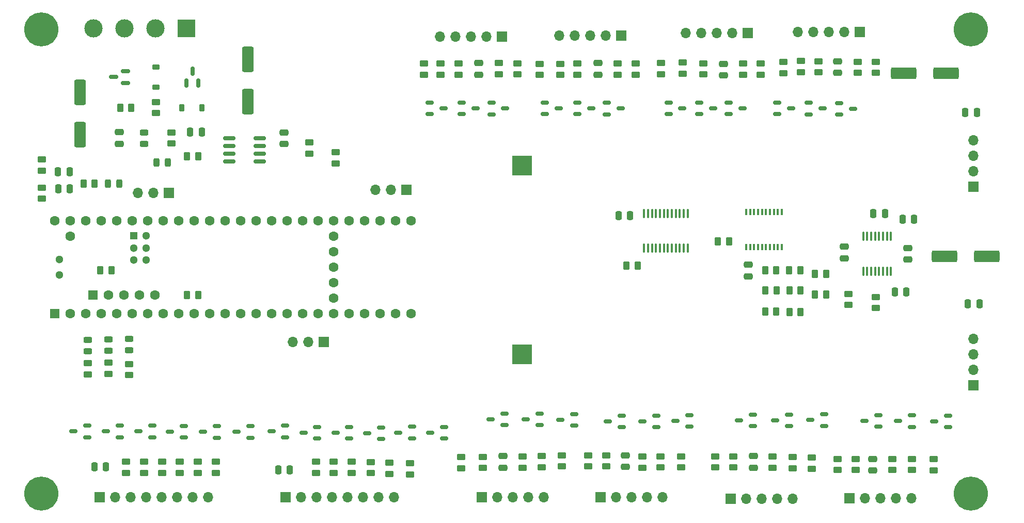
<source format=gbr>
%TF.GenerationSoftware,KiCad,Pcbnew,7.0.5*%
%TF.CreationDate,2023-09-16T15:17:10-07:00*%
%TF.ProjectId,TeensyIrrigation,5465656e-7379-4497-9272-69676174696f,rev?*%
%TF.SameCoordinates,Original*%
%TF.FileFunction,Soldermask,Top*%
%TF.FilePolarity,Negative*%
%FSLAX46Y46*%
G04 Gerber Fmt 4.6, Leading zero omitted, Abs format (unit mm)*
G04 Created by KiCad (PCBNEW 7.0.5) date 2023-09-16 15:17:10*
%MOMM*%
%LPD*%
G01*
G04 APERTURE LIST*
G04 Aperture macros list*
%AMRoundRect*
0 Rectangle with rounded corners*
0 $1 Rounding radius*
0 $2 $3 $4 $5 $6 $7 $8 $9 X,Y pos of 4 corners*
0 Add a 4 corners polygon primitive as box body*
4,1,4,$2,$3,$4,$5,$6,$7,$8,$9,$2,$3,0*
0 Add four circle primitives for the rounded corners*
1,1,$1+$1,$2,$3*
1,1,$1+$1,$4,$5*
1,1,$1+$1,$6,$7*
1,1,$1+$1,$8,$9*
0 Add four rect primitives between the rounded corners*
20,1,$1+$1,$2,$3,$4,$5,0*
20,1,$1+$1,$4,$5,$6,$7,0*
20,1,$1+$1,$6,$7,$8,$9,0*
20,1,$1+$1,$8,$9,$2,$3,0*%
G04 Aperture macros list end*
%ADD10R,1.700000X1.700000*%
%ADD11O,1.700000X1.700000*%
%ADD12RoundRect,0.250000X-0.450000X0.262500X-0.450000X-0.262500X0.450000X-0.262500X0.450000X0.262500X0*%
%ADD13RoundRect,0.250000X0.475000X-0.250000X0.475000X0.250000X-0.475000X0.250000X-0.475000X-0.250000X0*%
%ADD14RoundRect,0.150000X-0.512500X-0.150000X0.512500X-0.150000X0.512500X0.150000X-0.512500X0.150000X0*%
%ADD15RoundRect,0.250000X0.450000X-0.262500X0.450000X0.262500X-0.450000X0.262500X-0.450000X-0.262500X0*%
%ADD16RoundRect,0.150000X0.512500X0.150000X-0.512500X0.150000X-0.512500X-0.150000X0.512500X-0.150000X0*%
%ADD17RoundRect,0.250000X-0.262500X-0.450000X0.262500X-0.450000X0.262500X0.450000X-0.262500X0.450000X0*%
%ADD18RoundRect,0.250000X0.262500X0.450000X-0.262500X0.450000X-0.262500X-0.450000X0.262500X-0.450000X0*%
%ADD19RoundRect,0.100000X-0.100000X0.637500X-0.100000X-0.637500X0.100000X-0.637500X0.100000X0.637500X0*%
%ADD20RoundRect,0.250000X1.825000X0.700000X-1.825000X0.700000X-1.825000X-0.700000X1.825000X-0.700000X0*%
%ADD21RoundRect,0.250000X-0.475000X0.250000X-0.475000X-0.250000X0.475000X-0.250000X0.475000X0.250000X0*%
%ADD22RoundRect,0.250000X0.250000X0.475000X-0.250000X0.475000X-0.250000X-0.475000X0.250000X-0.475000X0*%
%ADD23C,5.600000*%
%ADD24RoundRect,0.250000X-1.825000X-0.700000X1.825000X-0.700000X1.825000X0.700000X-1.825000X0.700000X0*%
%ADD25RoundRect,0.250000X-0.250000X-0.475000X0.250000X-0.475000X0.250000X0.475000X-0.250000X0.475000X0*%
%ADD26RoundRect,0.243750X-0.456250X0.243750X-0.456250X-0.243750X0.456250X-0.243750X0.456250X0.243750X0*%
%ADD27R,3.290000X3.290000*%
%ADD28RoundRect,0.225000X-0.375000X0.225000X-0.375000X-0.225000X0.375000X-0.225000X0.375000X0.225000X0*%
%ADD29RoundRect,0.150000X0.587500X0.150000X-0.587500X0.150000X-0.587500X-0.150000X0.587500X-0.150000X0*%
%ADD30RoundRect,0.225000X0.225000X0.375000X-0.225000X0.375000X-0.225000X-0.375000X0.225000X-0.375000X0*%
%ADD31RoundRect,0.100000X0.100000X-0.637500X0.100000X0.637500X-0.100000X0.637500X-0.100000X-0.637500X0*%
%ADD32R,1.600000X1.600000*%
%ADD33C,1.600000*%
%ADD34R,1.300000X1.300000*%
%ADD35C,1.300000*%
%ADD36RoundRect,0.250000X-0.700000X1.825000X-0.700000X-1.825000X0.700000X-1.825000X0.700000X1.825000X0*%
%ADD37RoundRect,0.150000X-0.825000X-0.150000X0.825000X-0.150000X0.825000X0.150000X-0.825000X0.150000X0*%
%ADD38RoundRect,0.243750X-0.243750X-0.456250X0.243750X-0.456250X0.243750X0.456250X-0.243750X0.456250X0*%
%ADD39RoundRect,0.250000X0.700000X-1.825000X0.700000X1.825000X-0.700000X1.825000X-0.700000X-1.825000X0*%
%ADD40RoundRect,0.243750X0.456250X-0.243750X0.456250X0.243750X-0.456250X0.243750X-0.456250X-0.243750X0*%
%ADD41RoundRect,0.243750X0.243750X0.456250X-0.243750X0.456250X-0.243750X-0.456250X0.243750X-0.456250X0*%
%ADD42R,3.000000X3.000000*%
%ADD43C,3.000000*%
%ADD44RoundRect,0.150000X0.150000X-0.587500X0.150000X0.587500X-0.150000X0.587500X-0.150000X-0.587500X0*%
%ADD45R,0.400000X1.000000*%
G04 APERTURE END LIST*
D10*
%TO.C,J6*%
X167840000Y-134000000D03*
D11*
X170380000Y-134000000D03*
X172920000Y-134000000D03*
X175460000Y-134000000D03*
X178000000Y-134000000D03*
%TD*%
D12*
%TO.C,R65*%
X199350000Y-127400000D03*
X199350000Y-129225000D03*
%TD*%
D13*
%TO.C,C7*%
X212500000Y-129587500D03*
X212500000Y-127687500D03*
%TD*%
D14*
%TO.C,D14*%
X206962500Y-69250000D03*
X206962500Y-71150000D03*
X209237500Y-70200000D03*
%TD*%
D15*
%TO.C,R44*%
X93000000Y-129975000D03*
X93000000Y-128150000D03*
%TD*%
D16*
%TO.C,D5*%
X171350000Y-122450000D03*
X171350000Y-120550000D03*
X169075000Y-121500000D03*
%TD*%
D12*
%TO.C,R31*%
X194150000Y-62775000D03*
X194150000Y-64600000D03*
%TD*%
D10*
%TO.C,J20*%
X122500000Y-108500000D03*
D11*
X119960000Y-108500000D03*
X117420000Y-108500000D03*
%TD*%
D15*
%TO.C,R78*%
X144600000Y-64600000D03*
X144600000Y-62775000D03*
%TD*%
%TO.C,R48*%
X104800000Y-129975000D03*
X104800000Y-128150000D03*
%TD*%
D14*
%TO.C,D20*%
X168912500Y-69200000D03*
X168912500Y-71100000D03*
X171187500Y-70150000D03*
%TD*%
D17*
%TO.C,R34*%
X85837500Y-96750000D03*
X87662500Y-96750000D03*
%TD*%
D12*
%TO.C,R64*%
X177700000Y-127237500D03*
X177700000Y-129062500D03*
%TD*%
D18*
%TO.C,R5*%
X200662500Y-103550000D03*
X198837500Y-103550000D03*
%TD*%
D19*
%TO.C,U4*%
X215475000Y-91137500D03*
X214825000Y-91137500D03*
X214175000Y-91137500D03*
X213525000Y-91137500D03*
X212875000Y-91137500D03*
X212225000Y-91137500D03*
X211575000Y-91137500D03*
X210925000Y-91137500D03*
X210925000Y-96862500D03*
X211575000Y-96862500D03*
X212225000Y-96862500D03*
X212875000Y-96862500D03*
X213525000Y-96862500D03*
X214175000Y-96862500D03*
X214825000Y-96862500D03*
X215475000Y-96862500D03*
%TD*%
D12*
%TO.C,R32*%
X191200000Y-62775000D03*
X191200000Y-64600000D03*
%TD*%
D20*
%TO.C,C16*%
X224550000Y-64400000D03*
X217600000Y-64400000D03*
%TD*%
D21*
%TO.C,C9*%
X187982500Y-62820000D03*
X187982500Y-64720000D03*
%TD*%
D22*
%TO.C,C13*%
X218000000Y-100250000D03*
X216100000Y-100250000D03*
%TD*%
D12*
%TO.C,R71*%
X155050000Y-127275000D03*
X155050000Y-129100000D03*
%TD*%
D16*
%TO.C,D3*%
X163525000Y-122200000D03*
X163525000Y-120300000D03*
X161250000Y-121250000D03*
%TD*%
D12*
%TO.C,R35*%
X173650000Y-62755000D03*
X173650000Y-64580000D03*
%TD*%
D15*
%TO.C,R22*%
X120100000Y-77562500D03*
X120100000Y-75737500D03*
%TD*%
D12*
%TO.C,R36*%
X170700000Y-62755000D03*
X170700000Y-64580000D03*
%TD*%
D23*
%TO.C,J1*%
X76200000Y-57150000D03*
%TD*%
D12*
%TO.C,R17*%
X181050000Y-127237500D03*
X181050000Y-129062500D03*
%TD*%
%TO.C,R63*%
X158250000Y-127187500D03*
X158250000Y-129012500D03*
%TD*%
D16*
%TO.C,D11*%
X213450000Y-122362500D03*
X213450000Y-120462500D03*
X211175000Y-121412500D03*
%TD*%
D15*
%TO.C,R23*%
X206750000Y-129487500D03*
X206750000Y-127662500D03*
%TD*%
D18*
%TO.C,R7*%
X200650000Y-100050000D03*
X198825000Y-100050000D03*
%TD*%
D14*
%TO.C,D15*%
X196862500Y-69150000D03*
X196862500Y-71050000D03*
X199137500Y-70100000D03*
%TD*%
D24*
%TO.C,C22*%
X224275000Y-94400000D03*
X231225000Y-94400000D03*
%TD*%
D16*
%TO.C,D33*%
X126675000Y-124350000D03*
X126675000Y-122450000D03*
X124400000Y-123400000D03*
%TD*%
D10*
%TO.C,J15*%
X85760000Y-134000000D03*
D11*
X88300000Y-134000000D03*
X90840000Y-134000000D03*
X93380000Y-134000000D03*
X95920000Y-134000000D03*
X98460000Y-134000000D03*
X101000000Y-134000000D03*
X103540000Y-134000000D03*
%TD*%
D16*
%TO.C,D6*%
X182400000Y-122400000D03*
X182400000Y-120500000D03*
X180125000Y-121450000D03*
%TD*%
D12*
%TO.C,R42*%
X208500000Y-100587500D03*
X208500000Y-102412500D03*
%TD*%
D10*
%TO.C,J7*%
X189240000Y-134250000D03*
D11*
X191780000Y-134250000D03*
X194320000Y-134250000D03*
X196860000Y-134250000D03*
X199400000Y-134250000D03*
%TD*%
D15*
%TO.C,R50*%
X124100000Y-129962500D03*
X124100000Y-128137500D03*
%TD*%
D12*
%TO.C,R13*%
X161500000Y-127087500D03*
X161500000Y-128912500D03*
%TD*%
D15*
%TO.C,R69*%
X161250000Y-64637500D03*
X161250000Y-62812500D03*
%TD*%
D21*
%TO.C,C3*%
X192050000Y-95800000D03*
X192050000Y-97700000D03*
%TD*%
D25*
%TO.C,C25*%
X84900000Y-128975000D03*
X86800000Y-128975000D03*
%TD*%
D15*
%TO.C,R41*%
X138900000Y-64587500D03*
X138900000Y-62762500D03*
%TD*%
D12*
%TO.C,R73*%
X196100000Y-127275000D03*
X196100000Y-129100000D03*
%TD*%
D16*
%TO.C,D25*%
X83675000Y-124100000D03*
X83675000Y-122200000D03*
X81400000Y-123150000D03*
%TD*%
D12*
%TO.C,R28*%
X210050000Y-62475000D03*
X210050000Y-64300000D03*
%TD*%
D16*
%TO.C,D30*%
X110437500Y-124200000D03*
X110437500Y-122300000D03*
X108162500Y-123250000D03*
%TD*%
D12*
%TO.C,R40*%
X151200000Y-62687500D03*
X151200000Y-64512500D03*
%TD*%
D15*
%TO.C,R16*%
X168800000Y-128900000D03*
X168800000Y-127075000D03*
%TD*%
D18*
%TO.C,R8*%
X196712500Y-100000000D03*
X194887500Y-100000000D03*
%TD*%
D16*
%TO.C,D34*%
X131900000Y-124400000D03*
X131900000Y-122500000D03*
X129625000Y-123450000D03*
%TD*%
%TO.C,D10*%
X218925000Y-122412500D03*
X218925000Y-120512500D03*
X216650000Y-121462500D03*
%TD*%
%TO.C,D12*%
X224875000Y-122450000D03*
X224875000Y-120550000D03*
X222600000Y-121500000D03*
%TD*%
D15*
%TO.C,R56*%
X95000000Y-70912500D03*
X95000000Y-69087500D03*
%TD*%
D12*
%TO.C,R62*%
X83800000Y-111987500D03*
X83800000Y-113812500D03*
%TD*%
D14*
%TO.C,D17*%
X188862500Y-69150000D03*
X188862500Y-71050000D03*
X191137500Y-70100000D03*
%TD*%
D26*
%TO.C,D44*%
X83800000Y-108112500D03*
X83800000Y-109987500D03*
%TD*%
D16*
%TO.C,D31*%
X116175000Y-124100000D03*
X116175000Y-122200000D03*
X113900000Y-123150000D03*
%TD*%
D21*
%TO.C,C12*%
X218250000Y-93050000D03*
X218250000Y-94950000D03*
%TD*%
D27*
%TO.C,BT1*%
X155000000Y-110485000D03*
X155000000Y-79515000D03*
%TD*%
D22*
%TO.C,C30*%
X102500000Y-74000000D03*
X100600000Y-74000000D03*
%TD*%
D21*
%TO.C,C8*%
X206750000Y-62387500D03*
X206750000Y-64287500D03*
%TD*%
D12*
%TO.C,R39*%
X154250000Y-62725000D03*
X154250000Y-64550000D03*
%TD*%
D21*
%TO.C,C10*%
X167450000Y-62687500D03*
X167450000Y-64587500D03*
%TD*%
D18*
%TO.C,R10*%
X196662500Y-96700000D03*
X194837500Y-96700000D03*
%TD*%
D17*
%TO.C,R30*%
X100087500Y-100750000D03*
X101912500Y-100750000D03*
%TD*%
D21*
%TO.C,C11*%
X147900000Y-62687500D03*
X147900000Y-64587500D03*
%TD*%
D16*
%TO.C,D4*%
X177025000Y-122450000D03*
X177025000Y-120550000D03*
X174750000Y-121500000D03*
%TD*%
D10*
%TO.C,J11*%
X171278900Y-58144100D03*
D11*
X168738900Y-58144100D03*
X166198900Y-58144100D03*
X163658900Y-58144100D03*
X161118900Y-58144100D03*
%TD*%
D15*
%TO.C,R11*%
X145050000Y-129200000D03*
X145050000Y-127375000D03*
%TD*%
%TO.C,R12*%
X148550000Y-129150000D03*
X148550000Y-127325000D03*
%TD*%
D23*
%TO.C,J3*%
X228600000Y-133350000D03*
%TD*%
D12*
%TO.C,R38*%
X213000000Y-101087500D03*
X213000000Y-102912500D03*
%TD*%
D16*
%TO.C,D29*%
X104987500Y-124200000D03*
X104987500Y-122300000D03*
X102712500Y-123250000D03*
%TD*%
D10*
%TO.C,J12*%
X151712500Y-58325000D03*
D11*
X149172500Y-58325000D03*
X146632500Y-58325000D03*
X144092500Y-58325000D03*
X141552500Y-58325000D03*
%TD*%
D15*
%TO.C,R24*%
X209700000Y-129487500D03*
X209700000Y-127662500D03*
%TD*%
D28*
%TO.C,D38*%
X95000000Y-63350000D03*
X95000000Y-66650000D03*
%TD*%
D18*
%TO.C,R9*%
X200600000Y-96700000D03*
X198775000Y-96700000D03*
%TD*%
D13*
%TO.C,C4*%
X151900000Y-129100000D03*
X151900000Y-127200000D03*
%TD*%
D29*
%TO.C,Q2*%
X89937500Y-65950000D03*
X89937500Y-64050000D03*
X88062500Y-65000000D03*
%TD*%
D14*
%TO.C,D22*%
X145112500Y-69150000D03*
X145112500Y-71050000D03*
X147387500Y-70100000D03*
%TD*%
D16*
%TO.C,D8*%
X192875000Y-122300000D03*
X192875000Y-120400000D03*
X190600000Y-121350000D03*
%TD*%
%TO.C,D7*%
X198787500Y-122300000D03*
X198787500Y-120400000D03*
X196512500Y-121350000D03*
%TD*%
D30*
%TO.C,D37*%
X102500000Y-70000000D03*
X99200000Y-70000000D03*
%TD*%
D21*
%TO.C,C29*%
X89000000Y-74050000D03*
X89000000Y-75950000D03*
%TD*%
D12*
%TO.C,R66*%
X218950000Y-127675000D03*
X218950000Y-129500000D03*
%TD*%
D18*
%TO.C,R58*%
X90912500Y-70000000D03*
X89087500Y-70000000D03*
%TD*%
D22*
%TO.C,C2*%
X172700000Y-87700000D03*
X170800000Y-87700000D03*
%TD*%
D14*
%TO.C,D16*%
X184062500Y-69150000D03*
X184062500Y-71050000D03*
X186337500Y-70100000D03*
%TD*%
D15*
%TO.C,R70*%
X141650000Y-64587500D03*
X141650000Y-62762500D03*
%TD*%
D12*
%TO.C,R60*%
X90600000Y-112087500D03*
X90600000Y-113912500D03*
%TD*%
D25*
%TO.C,C19*%
X227650000Y-70800000D03*
X229550000Y-70800000D03*
%TD*%
D31*
%TO.C,U2*%
X175000000Y-93083800D03*
X175650000Y-93083800D03*
X176300000Y-93083800D03*
X176950000Y-93083800D03*
X177600000Y-93083800D03*
X178250000Y-93083800D03*
X178900000Y-93083800D03*
X179550000Y-93083800D03*
X180200000Y-93083800D03*
X180850000Y-93083800D03*
X181500000Y-93083800D03*
X182150000Y-93083800D03*
X182150000Y-87358800D03*
X181500000Y-87358800D03*
X180850000Y-87358800D03*
X180200000Y-87358800D03*
X179550000Y-87358800D03*
X178900000Y-87358800D03*
X178250000Y-87358800D03*
X177600000Y-87358800D03*
X176950000Y-87358800D03*
X176300000Y-87358800D03*
X175650000Y-87358800D03*
X175000000Y-87358800D03*
%TD*%
D15*
%TO.C,R54*%
X136650000Y-130212500D03*
X136650000Y-128387500D03*
%TD*%
D14*
%TO.C,D24*%
X139862500Y-69150000D03*
X139862500Y-71050000D03*
X142137500Y-70100000D03*
%TD*%
D15*
%TO.C,R29*%
X197800000Y-64362500D03*
X197800000Y-62537500D03*
%TD*%
%TO.C,R53*%
X133200000Y-130112500D03*
X133200000Y-128287500D03*
%TD*%
D16*
%TO.C,D26*%
X89012500Y-124100000D03*
X89012500Y-122200000D03*
X86737500Y-123150000D03*
%TD*%
D15*
%TO.C,R77*%
X164100000Y-64600000D03*
X164100000Y-62775000D03*
%TD*%
D22*
%TO.C,C14*%
X214500000Y-87400000D03*
X212600000Y-87400000D03*
%TD*%
D25*
%TO.C,C1*%
X78900000Y-80500000D03*
X80800000Y-80500000D03*
%TD*%
D15*
%TO.C,R19*%
X186650000Y-129075000D03*
X186650000Y-127250000D03*
%TD*%
%TO.C,R43*%
X90050000Y-129975000D03*
X90050000Y-128150000D03*
%TD*%
D32*
%TO.C,U1*%
X78380000Y-103828200D03*
D33*
X80920000Y-103828200D03*
X83460000Y-103828200D03*
X86000000Y-103828200D03*
X88540000Y-103828200D03*
X91080000Y-103828200D03*
X93620000Y-103828200D03*
X96160000Y-103828200D03*
X98700000Y-103828200D03*
X101240000Y-103828200D03*
X103780000Y-103828200D03*
X106320000Y-103828200D03*
X108860000Y-103828200D03*
X111400000Y-103828200D03*
X113940000Y-103828200D03*
X116480000Y-103828200D03*
X119020000Y-103828200D03*
X121560000Y-103828200D03*
X124100000Y-103828200D03*
X126640000Y-103828200D03*
X129180000Y-103828200D03*
X131720000Y-103828200D03*
X134260000Y-103828200D03*
X136800000Y-103828200D03*
X136800000Y-88588200D03*
X134260000Y-88588200D03*
X131720000Y-88588200D03*
X129180000Y-88588200D03*
X126640000Y-88588200D03*
X124100000Y-88588200D03*
X121560000Y-88588200D03*
X119020000Y-88588200D03*
X116480000Y-88588200D03*
X113940000Y-88588200D03*
X111400000Y-88588200D03*
X108860000Y-88588200D03*
X106320000Y-88588200D03*
X103780000Y-88588200D03*
X101240000Y-88588200D03*
X98700000Y-88588200D03*
X96160000Y-88588200D03*
X93620000Y-88588200D03*
X91080000Y-88588200D03*
X88540000Y-88588200D03*
X86000000Y-88588200D03*
X83460000Y-88588200D03*
X80920000Y-88588200D03*
X78380000Y-88588200D03*
X80920000Y-91128200D03*
X124100000Y-101288200D03*
X124100000Y-98748200D03*
X124100000Y-96208200D03*
X124100000Y-93668200D03*
X124100000Y-91128200D03*
D32*
X84679200Y-100777400D03*
D33*
X87219200Y-100777400D03*
X89759200Y-100777400D03*
X92299200Y-100777400D03*
X94839200Y-100777400D03*
D34*
X91350000Y-91026600D03*
D35*
X91350000Y-93026600D03*
X91350000Y-95026600D03*
X93350000Y-95026600D03*
X93350000Y-93026600D03*
X93350000Y-91026600D03*
X79110000Y-94938200D03*
X79110000Y-97478200D03*
%TD*%
D17*
%TO.C,R2*%
X203037500Y-97300000D03*
X204862500Y-97300000D03*
%TD*%
D36*
%TO.C,C27*%
X82500000Y-67500000D03*
X82500000Y-74450000D03*
%TD*%
D37*
%TO.C,U5*%
X107000000Y-75000000D03*
X107000000Y-76270000D03*
X107000000Y-77540000D03*
X107000000Y-78810000D03*
X111950000Y-78810000D03*
X111950000Y-77540000D03*
X111950000Y-76270000D03*
X111950000Y-75000000D03*
%TD*%
D14*
%TO.C,D13*%
X202012500Y-69200000D03*
X202012500Y-71100000D03*
X204287500Y-70150000D03*
%TD*%
D12*
%TO.C,R72*%
X174750000Y-127287500D03*
X174750000Y-129112500D03*
%TD*%
D15*
%TO.C,R46*%
X98900000Y-129975000D03*
X98900000Y-128150000D03*
%TD*%
%TO.C,R15*%
X165850000Y-128900000D03*
X165850000Y-127075000D03*
%TD*%
%TO.C,R37*%
X157850000Y-64650000D03*
X157850000Y-62825000D03*
%TD*%
D18*
%TO.C,R59*%
X84912500Y-82500000D03*
X83087500Y-82500000D03*
%TD*%
D10*
%TO.C,J19*%
X97080000Y-84000000D03*
D11*
X94540000Y-84000000D03*
X92000000Y-84000000D03*
%TD*%
D25*
%TO.C,C26*%
X115000000Y-129500000D03*
X116900000Y-129500000D03*
%TD*%
D12*
%TO.C,R14*%
X76300000Y-78525000D03*
X76300000Y-80350000D03*
%TD*%
D15*
%TO.C,R68*%
X181300000Y-64450000D03*
X181300000Y-62625000D03*
%TD*%
D26*
%TO.C,D43*%
X87200000Y-108012500D03*
X87200000Y-109887500D03*
%TD*%
D16*
%TO.C,D1*%
X157875000Y-122150000D03*
X157875000Y-120250000D03*
X155600000Y-121200000D03*
%TD*%
%TO.C,D28*%
X99537500Y-124150000D03*
X99537500Y-122250000D03*
X97262500Y-123200000D03*
%TD*%
D14*
%TO.C,D19*%
X164062500Y-69150000D03*
X164062500Y-71050000D03*
X166337500Y-70100000D03*
%TD*%
D23*
%TO.C,J4*%
X76200000Y-133350000D03*
%TD*%
D25*
%TO.C,C15*%
X78950000Y-83300000D03*
X80850000Y-83300000D03*
%TD*%
D38*
%TO.C,D39*%
X95062500Y-79000000D03*
X96937500Y-79000000D03*
%TD*%
D10*
%TO.C,J10*%
X192012500Y-57732500D03*
D11*
X189472500Y-57732500D03*
X186932500Y-57732500D03*
X184392500Y-57732500D03*
X181852500Y-57732500D03*
%TD*%
D39*
%TO.C,C28*%
X110000000Y-69000000D03*
X110000000Y-62050000D03*
%TD*%
D10*
%TO.C,J16*%
X116220000Y-134000000D03*
D11*
X118760000Y-134000000D03*
X121300000Y-134000000D03*
X123840000Y-134000000D03*
X126380000Y-134000000D03*
X128920000Y-134000000D03*
X131460000Y-134000000D03*
X134000000Y-134000000D03*
%TD*%
D18*
%TO.C,R6*%
X196662500Y-103500000D03*
X194837500Y-103500000D03*
%TD*%
D14*
%TO.C,D18*%
X179012500Y-69150000D03*
X179012500Y-71050000D03*
X181287500Y-70100000D03*
%TD*%
D15*
%TO.C,R76*%
X184700000Y-64550000D03*
X184700000Y-62725000D03*
%TD*%
D12*
%TO.C,R18*%
X76250000Y-83137500D03*
X76250000Y-84962500D03*
%TD*%
D21*
%TO.C,C17*%
X207800000Y-92850000D03*
X207800000Y-94750000D03*
%TD*%
D13*
%TO.C,C6*%
X192900000Y-129100000D03*
X192900000Y-127200000D03*
%TD*%
D10*
%TO.C,J9*%
X210382500Y-57582500D03*
D11*
X207842500Y-57582500D03*
X205302500Y-57582500D03*
X202762500Y-57582500D03*
X200222500Y-57582500D03*
%TD*%
D12*
%TO.C,R21*%
X202500000Y-127475000D03*
X202500000Y-129300000D03*
%TD*%
D10*
%TO.C,J13*%
X229000000Y-83000000D03*
D11*
X229000000Y-80460000D03*
X229000000Y-77920000D03*
X229000000Y-75380000D03*
%TD*%
D21*
%TO.C,C31*%
X116000000Y-74100000D03*
X116000000Y-76000000D03*
%TD*%
D14*
%TO.C,D21*%
X158725000Y-69150000D03*
X158725000Y-71050000D03*
X161000000Y-70100000D03*
%TD*%
D40*
%TO.C,D40*%
X93000000Y-75937500D03*
X93000000Y-74062500D03*
%TD*%
D15*
%TO.C,R55*%
X97500000Y-75912500D03*
X97500000Y-74087500D03*
%TD*%
D17*
%TO.C,R57*%
X100087500Y-78000000D03*
X101912500Y-78000000D03*
%TD*%
D10*
%TO.C,J8*%
X208650000Y-134150000D03*
D11*
X211190000Y-134150000D03*
X213730000Y-134150000D03*
X216270000Y-134150000D03*
X218810000Y-134150000D03*
%TD*%
D15*
%TO.C,R20*%
X189600000Y-129075000D03*
X189600000Y-127250000D03*
%TD*%
D12*
%TO.C,R27*%
X213000000Y-62475000D03*
X213000000Y-64300000D03*
%TD*%
D41*
%TO.C,D41*%
X88937500Y-82500000D03*
X87062500Y-82500000D03*
%TD*%
D15*
%TO.C,R52*%
X130200000Y-130012500D03*
X130200000Y-128187500D03*
%TD*%
D23*
%TO.C,J2*%
X228600000Y-57150000D03*
%TD*%
D16*
%TO.C,D35*%
X136950000Y-124300000D03*
X136950000Y-122400000D03*
X134675000Y-123350000D03*
%TD*%
D15*
%TO.C,R75*%
X203600000Y-64212500D03*
X203600000Y-62387500D03*
%TD*%
D42*
%TO.C,J17*%
X100000000Y-57000000D03*
D43*
X94920000Y-57000000D03*
X89840000Y-57000000D03*
X84760000Y-57000000D03*
%TD*%
D25*
%TO.C,C24*%
X228100000Y-102200000D03*
X230000000Y-102200000D03*
%TD*%
%TO.C,C20*%
X217400000Y-88300000D03*
X219300000Y-88300000D03*
%TD*%
D10*
%TO.C,J5*%
X148380000Y-134000000D03*
D11*
X150920000Y-134000000D03*
X153460000Y-134000000D03*
X156000000Y-134000000D03*
X158540000Y-134000000D03*
%TD*%
D10*
%TO.C,J18*%
X136000000Y-83500000D03*
D11*
X133460000Y-83500000D03*
X130920000Y-83500000D03*
%TD*%
D15*
%TO.C,R33*%
X177800000Y-64500000D03*
X177800000Y-62675000D03*
%TD*%
D14*
%TO.C,D23*%
X149962500Y-69200000D03*
X149962500Y-71100000D03*
X152237500Y-70150000D03*
%TD*%
D12*
%TO.C,R61*%
X87150000Y-111887500D03*
X87150000Y-113712500D03*
%TD*%
D15*
%TO.C,R26*%
X124400000Y-79162500D03*
X124400000Y-77337500D03*
%TD*%
D44*
%TO.C,Q1*%
X100000000Y-65937500D03*
X101900000Y-65937500D03*
X100950000Y-64062500D03*
%TD*%
D45*
%TO.C,U3*%
X191750000Y-92910400D03*
X192400000Y-92910400D03*
X193050000Y-92910400D03*
X193700000Y-92910400D03*
X194350000Y-92910400D03*
X195000000Y-92910400D03*
X195650000Y-92910400D03*
X196300000Y-92910400D03*
X196950000Y-92910400D03*
X197600000Y-92910400D03*
X197600000Y-87110400D03*
X196950000Y-87110400D03*
X196300000Y-87110400D03*
X195650000Y-87110400D03*
X195000000Y-87110400D03*
X194350000Y-87110400D03*
X193700000Y-87110400D03*
X193050000Y-87110400D03*
X192400000Y-87110400D03*
X191750000Y-87110400D03*
%TD*%
D16*
%TO.C,D2*%
X152125000Y-122150000D03*
X152125000Y-120250000D03*
X149850000Y-121200000D03*
%TD*%
%TO.C,D27*%
X94337500Y-124100000D03*
X94337500Y-122200000D03*
X92062500Y-123150000D03*
%TD*%
D15*
%TO.C,R67*%
X200750000Y-64162500D03*
X200750000Y-62337500D03*
%TD*%
%TO.C,R45*%
X95950000Y-129975000D03*
X95950000Y-128150000D03*
%TD*%
D18*
%TO.C,R4*%
X188912500Y-92000000D03*
X187087500Y-92000000D03*
%TD*%
D26*
%TO.C,D42*%
X90600000Y-107962500D03*
X90600000Y-109837500D03*
%TD*%
D16*
%TO.C,D9*%
X204525000Y-122250000D03*
X204525000Y-120350000D03*
X202250000Y-121300000D03*
%TD*%
D17*
%TO.C,R3*%
X203037500Y-100700000D03*
X204862500Y-100700000D03*
%TD*%
D12*
%TO.C,R74*%
X215700000Y-127675000D03*
X215700000Y-129500000D03*
%TD*%
D15*
%TO.C,R47*%
X101850000Y-129975000D03*
X101850000Y-128150000D03*
%TD*%
%TO.C,R51*%
X127100000Y-129962500D03*
X127100000Y-128137500D03*
%TD*%
D16*
%TO.C,D36*%
X142187500Y-124350000D03*
X142187500Y-122450000D03*
X139912500Y-123400000D03*
%TD*%
D15*
%TO.C,R49*%
X121200000Y-129962500D03*
X121200000Y-128137500D03*
%TD*%
D10*
%TO.C,J14*%
X229000000Y-115620000D03*
D11*
X229000000Y-113080000D03*
X229000000Y-110540000D03*
X229000000Y-108000000D03*
%TD*%
D16*
%TO.C,D32*%
X121425000Y-124350000D03*
X121425000Y-122450000D03*
X119150000Y-123400000D03*
%TD*%
D18*
%TO.C,R1*%
X173962500Y-95950000D03*
X172137500Y-95950000D03*
%TD*%
D12*
%TO.C,R25*%
X222500000Y-127725000D03*
X222500000Y-129550000D03*
%TD*%
D13*
%TO.C,C5*%
X171900000Y-129000000D03*
X171900000Y-127100000D03*
%TD*%
M02*

</source>
